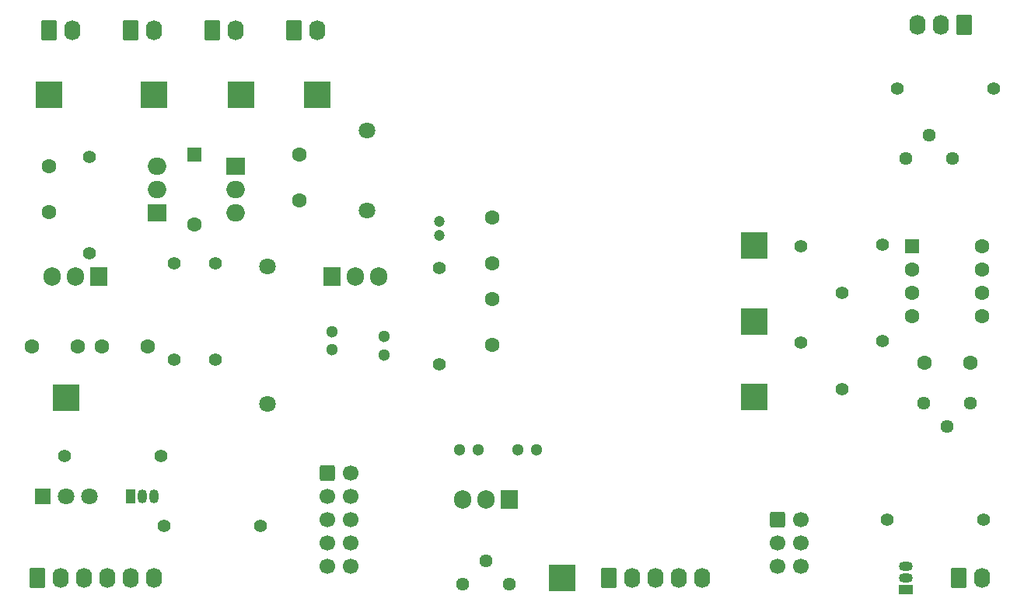
<source format=gbr>
%TF.GenerationSoftware,KiCad,Pcbnew,9.0.3*%
%TF.CreationDate,2025-08-14T07:09:17+00:00*%
%TF.ProjectId,board,626f6172-642e-46b6-9963-61645f706362,1.0*%
%TF.SameCoordinates,Original*%
%TF.FileFunction,Soldermask,Bot*%
%TF.FilePolarity,Negative*%
%FSLAX46Y46*%
G04 Gerber Fmt 4.6, Leading zero omitted, Abs format (unit mm)*
G04 Created by KiCad (PCBNEW 9.0.3) date 2025-08-14 07:09:17*
%MOMM*%
%LPD*%
G01*
G04 APERTURE LIST*
G04 Aperture macros list*
%AMRoundRect*
0 Rectangle with rounded corners*
0 $1 Rounding radius*
0 $2 $3 $4 $5 $6 $7 $8 $9 X,Y pos of 4 corners*
0 Add a 4 corners polygon primitive as box body*
4,1,4,$2,$3,$4,$5,$6,$7,$8,$9,$2,$3,0*
0 Add four circle primitives for the rounded corners*
1,1,$1+$1,$2,$3*
1,1,$1+$1,$4,$5*
1,1,$1+$1,$6,$7*
1,1,$1+$1,$8,$9*
0 Add four rect primitives between the rounded corners*
20,1,$1+$1,$2,$3,$4,$5,0*
20,1,$1+$1,$4,$5,$6,$7,0*
20,1,$1+$1,$6,$7,$8,$9,0*
20,1,$1+$1,$8,$9,$2,$3,0*%
G04 Aperture macros list end*
%ADD10RoundRect,0.250000X-0.620000X-0.845000X0.620000X-0.845000X0.620000X0.845000X-0.620000X0.845000X0*%
%ADD11O,1.740000X2.190000*%
%ADD12C,1.400000*%
%ADD13RoundRect,0.250000X-0.600000X-0.600000X0.600000X-0.600000X0.600000X0.600000X-0.600000X0.600000X0*%
%ADD14C,1.700000*%
%ADD15C,1.440000*%
%ADD16C,1.300000*%
%ADD17C,1.800000*%
%ADD18C,1.600000*%
%ADD19R,1.905000X2.000000*%
%ADD20O,1.905000X2.000000*%
%ADD21R,3.000000X3.000000*%
%ADD22R,2.000000X1.905000*%
%ADD23O,2.000000X1.905000*%
%ADD24R,1.050000X1.500000*%
%ADD25O,1.050000X1.500000*%
%ADD26C,1.200000*%
%ADD27R,1.500000X1.050000*%
%ADD28O,1.500000X1.050000*%
%ADD29R,1.800000X1.800000*%
%ADD30RoundRect,0.250000X-0.550000X-0.550000X0.550000X-0.550000X0.550000X0.550000X-0.550000X0.550000X0*%
%ADD31RoundRect,0.250000X-0.550000X0.550000X-0.550000X-0.550000X0.550000X-0.550000X0.550000X0.550000X0*%
%ADD32RoundRect,0.250000X0.620000X0.845000X-0.620000X0.845000X-0.620000X-0.845000X0.620000X-0.845000X0*%
G04 APERTURE END LIST*
D10*
%TO.C,J1*%
X104140000Y-69850000D03*
D11*
X106680000Y-69850000D03*
%TD*%
D12*
%TO.C,R7*%
X195410000Y-123190000D03*
X205910000Y-123190000D03*
%TD*%
D13*
%TO.C,J7*%
X183515000Y-123190000D03*
D14*
X186055000Y-123190000D03*
X183515000Y-125730000D03*
X186055000Y-125730000D03*
X183515000Y-128270000D03*
X186055000Y-128270000D03*
%TD*%
D15*
%TO.C,RV2*%
X197485000Y-83820000D03*
X200025000Y-81280000D03*
X202565000Y-83820000D03*
%TD*%
D16*
%TO.C,C11*%
X140650000Y-105215000D03*
X140650000Y-103215000D03*
%TD*%
D17*
%TO.C,D3*%
X138745000Y-80740000D03*
X138745000Y-89440000D03*
%TD*%
D18*
%TO.C,C1*%
X204475000Y-106045000D03*
X199475000Y-106045000D03*
%TD*%
D19*
%TO.C,U5*%
X154305000Y-121015000D03*
D20*
X151765000Y-121015000D03*
X149225000Y-121015000D03*
%TD*%
D21*
%TO.C,TP2*%
X133350000Y-76835000D03*
%TD*%
D18*
%TO.C,C9*%
X104140000Y-89665000D03*
X104140000Y-84665000D03*
%TD*%
D10*
%TO.C,F1*%
X113030000Y-69850000D03*
D11*
X115570000Y-69850000D03*
%TD*%
D21*
%TO.C,TP9*%
X104140000Y-76835000D03*
%TD*%
D18*
%TO.C,C5*%
X114935000Y-104310000D03*
X109935000Y-104310000D03*
%TD*%
D12*
%TO.C,R1*%
X194950000Y-103675000D03*
X194950000Y-93175000D03*
%TD*%
D16*
%TO.C,C8*%
X148860000Y-115570000D03*
X150860000Y-115570000D03*
%TD*%
D21*
%TO.C,TP3*%
X106045000Y-109855000D03*
%TD*%
D10*
%TO.C,J4*%
X102870000Y-129540000D03*
D11*
X105410000Y-129540000D03*
X107950000Y-129540000D03*
X110490000Y-129540000D03*
X113030000Y-129540000D03*
X115570000Y-129540000D03*
%TD*%
D22*
%TO.C,Q3*%
X115885000Y-89705000D03*
D23*
X115885000Y-87165000D03*
X115885000Y-84625000D03*
%TD*%
D22*
%TO.C,D2*%
X124460000Y-84625000D03*
D23*
X124460000Y-87165000D03*
X124460000Y-89705000D03*
%TD*%
D12*
%TO.C,R3*%
X116375000Y-116205000D03*
X105875000Y-116205000D03*
%TD*%
D18*
%TO.C,C10*%
X131445000Y-88395000D03*
X131445000Y-83395000D03*
%TD*%
D21*
%TO.C,TP6*%
X180975000Y-109835000D03*
%TD*%
D10*
%TO.C,J2*%
X121920000Y-69850000D03*
D11*
X124460000Y-69850000D03*
%TD*%
D10*
%TO.C,J6*%
X203200000Y-129540000D03*
D11*
X205740000Y-129540000D03*
%TD*%
D16*
%TO.C,C12*%
X134935000Y-104675000D03*
X134935000Y-102675000D03*
%TD*%
D12*
%TO.C,R9*%
X186060000Y-103845000D03*
X186060000Y-93345000D03*
%TD*%
D19*
%TO.C,U4*%
X134935000Y-96690000D03*
D20*
X137475000Y-96690000D03*
X140015000Y-96690000D03*
%TD*%
D10*
%TO.C,SW1*%
X130810000Y-69850000D03*
D11*
X133350000Y-69850000D03*
%TD*%
D21*
%TO.C,TP1*%
X115570000Y-76835000D03*
%TD*%
D24*
%TO.C,Q2*%
X113030000Y-120650000D03*
D25*
X114300000Y-120650000D03*
X115570000Y-120650000D03*
%TD*%
D18*
%TO.C,C4*%
X152400000Y-95210000D03*
X152400000Y-90210000D03*
%TD*%
D12*
%TO.C,R12*%
X117790000Y-105750000D03*
X117790000Y-95250000D03*
%TD*%
D16*
%TO.C,C7*%
X155210000Y-115570000D03*
X157210000Y-115570000D03*
%TD*%
D17*
%TO.C,R10*%
X127950000Y-95540000D03*
X127950000Y-110540000D03*
%TD*%
D21*
%TO.C,TP5*%
X125095000Y-76835000D03*
%TD*%
D12*
%TO.C,R11*%
X122235000Y-95250000D03*
X122235000Y-105750000D03*
%TD*%
%TO.C,R8*%
X196510000Y-76200000D03*
X207010000Y-76200000D03*
%TD*%
%TO.C,R5*%
X146685000Y-95715000D03*
X146685000Y-106215000D03*
%TD*%
D26*
%TO.C,C3*%
X146685000Y-92190000D03*
X146685000Y-90690000D03*
%TD*%
D18*
%TO.C,C2*%
X152400000Y-99100000D03*
X152400000Y-104100000D03*
%TD*%
%TO.C,C6*%
X102275000Y-104310000D03*
X107275000Y-104310000D03*
%TD*%
D27*
%TO.C,Q4*%
X197485000Y-130810000D03*
D28*
X197485000Y-129540000D03*
X197485000Y-128270000D03*
%TD*%
D15*
%TO.C,RV3*%
X149225000Y-130175000D03*
X151765000Y-127635000D03*
X154305000Y-130175000D03*
%TD*%
D29*
%TO.C,Q1*%
X103505000Y-120650000D03*
D17*
X106045000Y-120650000D03*
X108585000Y-120650000D03*
%TD*%
D30*
%TO.C,U2*%
X198125000Y-93345000D03*
D18*
X198125000Y-95885000D03*
X198125000Y-98425000D03*
X198125000Y-100965000D03*
X205745000Y-100965000D03*
X205745000Y-98425000D03*
X205745000Y-95885000D03*
X205745000Y-93345000D03*
%TD*%
D21*
%TO.C,TP8*%
X180975000Y-93325000D03*
%TD*%
D19*
%TO.C,U3*%
X109535000Y-96690000D03*
D20*
X106995000Y-96690000D03*
X104455000Y-96690000D03*
%TD*%
D10*
%TO.C,J5*%
X165100000Y-129540000D03*
D11*
X167640000Y-129540000D03*
X170180000Y-129540000D03*
X172720000Y-129540000D03*
X175260000Y-129540000D03*
%TD*%
D31*
%TO.C,D1*%
X120015000Y-83355000D03*
D18*
X120015000Y-90975000D03*
%TD*%
D21*
%TO.C,TP4*%
X160020000Y-129540000D03*
%TD*%
D12*
%TO.C,R6*%
X108585000Y-94150000D03*
X108585000Y-83650000D03*
%TD*%
%TO.C,R2*%
X190505000Y-108925000D03*
X190505000Y-98425000D03*
%TD*%
D32*
%TO.C,J3*%
X203835000Y-69215000D03*
D11*
X201295000Y-69215000D03*
X198755000Y-69215000D03*
%TD*%
D13*
%TO.C,J8*%
X134502500Y-118110000D03*
D14*
X137042500Y-118110000D03*
X134502500Y-120650000D03*
X137042500Y-120650000D03*
X134502500Y-123190000D03*
X137042500Y-123190000D03*
X134502500Y-125730000D03*
X137042500Y-125730000D03*
X134502500Y-128270000D03*
X137042500Y-128270000D03*
%TD*%
D15*
%TO.C,RV1*%
X204475000Y-110490000D03*
X201935000Y-113030000D03*
X199395000Y-110490000D03*
%TD*%
D21*
%TO.C,TP7*%
X180975000Y-101600000D03*
%TD*%
D12*
%TO.C,R4*%
X127170000Y-123825000D03*
X116670000Y-123825000D03*
%TD*%
M02*

</source>
